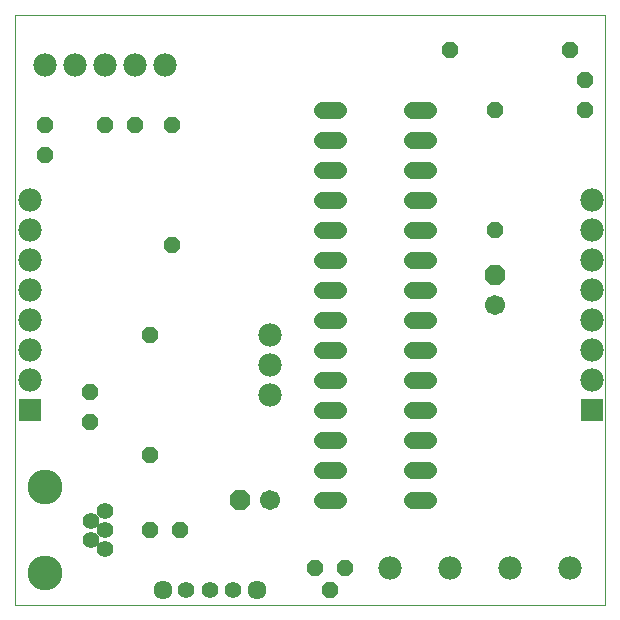
<source format=gts>
G75*
%MOIN*%
%OFA0B0*%
%FSLAX25Y25*%
%IPPOS*%
%LPD*%
%AMOC8*
5,1,8,0,0,1.08239X$1,22.5*
%
%ADD10C,0.00000*%
%ADD11C,0.06700*%
%ADD12OC8,0.06700*%
%ADD13OC8,0.05600*%
%ADD14C,0.07800*%
%ADD15R,0.07800X0.07800*%
%ADD16C,0.05550*%
%ADD17C,0.11620*%
%ADD18C,0.05600*%
%ADD19C,0.06337*%
D10*
X0006014Y0002200D02*
X0202864Y0002200D01*
X0202864Y0199050D01*
X0006014Y0199050D01*
X0006014Y0002200D01*
D11*
X0091014Y0037200D03*
X0166014Y0102200D03*
D12*
X0166014Y0112200D03*
X0081014Y0037200D03*
D13*
X0061014Y0027200D03*
X0051014Y0027200D03*
X0051014Y0052200D03*
X0031014Y0063263D03*
X0031014Y0073263D03*
X0051014Y0092200D03*
X0058514Y0122200D03*
X0058514Y0162200D03*
X0046014Y0162200D03*
X0036014Y0162200D03*
X0016014Y0162200D03*
X0016014Y0152200D03*
X0151014Y0187200D03*
X0166014Y0167200D03*
X0191014Y0187200D03*
X0196014Y0177200D03*
X0196014Y0167200D03*
X0166014Y0127200D03*
X0116014Y0014700D03*
X0111014Y0007200D03*
X0106014Y0014700D03*
D14*
X0131014Y0014700D03*
X0151014Y0014700D03*
X0171014Y0014700D03*
X0191014Y0014700D03*
X0198514Y0077200D03*
X0198514Y0087200D03*
X0198514Y0097200D03*
X0198514Y0107200D03*
X0198514Y0117200D03*
X0198514Y0127200D03*
X0198514Y0137200D03*
X0091014Y0092200D03*
X0091014Y0082200D03*
X0091014Y0072200D03*
X0011014Y0077200D03*
X0011014Y0087200D03*
X0011014Y0097200D03*
X0011014Y0107200D03*
X0011014Y0117200D03*
X0011014Y0127200D03*
X0011014Y0137200D03*
X0016014Y0182200D03*
X0026014Y0182200D03*
X0036014Y0182200D03*
X0046014Y0182200D03*
X0056014Y0182200D03*
D15*
X0011014Y0067200D03*
X0198514Y0067200D03*
D16*
X0078888Y0007200D03*
X0071014Y0007200D03*
X0063140Y0007200D03*
X0036093Y0020901D03*
X0031368Y0024050D03*
X0036093Y0027200D03*
X0031368Y0030350D03*
X0036093Y0033499D03*
D17*
X0016014Y0041570D03*
X0016014Y0012830D03*
D18*
X0108414Y0037200D02*
X0113614Y0037200D01*
X0113614Y0047200D02*
X0108414Y0047200D01*
X0108414Y0057200D02*
X0113614Y0057200D01*
X0113614Y0067200D02*
X0108414Y0067200D01*
X0108414Y0077200D02*
X0113614Y0077200D01*
X0113614Y0087200D02*
X0108414Y0087200D01*
X0108414Y0097200D02*
X0113614Y0097200D01*
X0113614Y0107200D02*
X0108414Y0107200D01*
X0108414Y0117200D02*
X0113614Y0117200D01*
X0113614Y0127200D02*
X0108414Y0127200D01*
X0108414Y0137200D02*
X0113614Y0137200D01*
X0113614Y0147200D02*
X0108414Y0147200D01*
X0108414Y0157200D02*
X0113614Y0157200D01*
X0113614Y0167200D02*
X0108414Y0167200D01*
X0138414Y0167200D02*
X0143614Y0167200D01*
X0143614Y0157200D02*
X0138414Y0157200D01*
X0138414Y0147200D02*
X0143614Y0147200D01*
X0143614Y0137200D02*
X0138414Y0137200D01*
X0138414Y0127200D02*
X0143614Y0127200D01*
X0143614Y0117200D02*
X0138414Y0117200D01*
X0138414Y0107200D02*
X0143614Y0107200D01*
X0143614Y0097200D02*
X0138414Y0097200D01*
X0138414Y0087200D02*
X0143614Y0087200D01*
X0143614Y0077200D02*
X0138414Y0077200D01*
X0138414Y0067200D02*
X0143614Y0067200D01*
X0143614Y0057200D02*
X0138414Y0057200D01*
X0138414Y0047200D02*
X0143614Y0047200D01*
X0143614Y0037200D02*
X0138414Y0037200D01*
D19*
X0086762Y0007200D03*
X0055266Y0007200D03*
M02*

</source>
